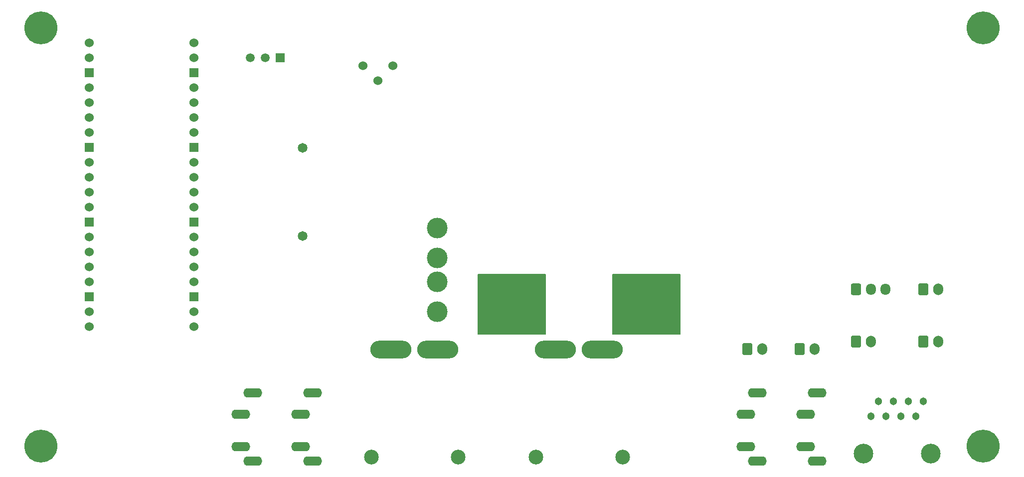
<source format=gbr>
%TF.GenerationSoftware,KiCad,Pcbnew,6.0.2+dfsg-1*%
%TF.CreationDate,2022-12-07T15:13:49-05:00*%
%TF.ProjectId,dragon-lair-board,64726167-6f6e-42d6-9c61-69722d626f61,rev?*%
%TF.SameCoordinates,Original*%
%TF.FileFunction,Soldermask,Bot*%
%TF.FilePolarity,Negative*%
%FSLAX46Y46*%
G04 Gerber Fmt 4.6, Leading zero omitted, Abs format (unit mm)*
G04 Created by KiCad (PCBNEW 6.0.2+dfsg-1) date 2022-12-07 15:13:49*
%MOMM*%
%LPD*%
G01*
G04 APERTURE LIST*
G04 Aperture macros list*
%AMRoundRect*
0 Rectangle with rounded corners*
0 $1 Rounding radius*
0 $2 $3 $4 $5 $6 $7 $8 $9 X,Y pos of 4 corners*
0 Add a 4 corners polygon primitive as box body*
4,1,4,$2,$3,$4,$5,$6,$7,$8,$9,$2,$3,0*
0 Add four circle primitives for the rounded corners*
1,1,$1+$1,$2,$3*
1,1,$1+$1,$4,$5*
1,1,$1+$1,$6,$7*
1,1,$1+$1,$8,$9*
0 Add four rect primitives between the rounded corners*
20,1,$1+$1,$2,$3,$4,$5,0*
20,1,$1+$1,$4,$5,$6,$7,0*
20,1,$1+$1,$6,$7,$8,$9,0*
20,1,$1+$1,$8,$9,$2,$3,0*%
G04 Aperture macros list end*
%ADD10C,0.150000*%
%ADD11C,1.651000*%
%ADD12RoundRect,0.250000X-0.600000X-0.750000X0.600000X-0.750000X0.600000X0.750000X-0.600000X0.750000X0*%
%ADD13O,1.700000X2.000000*%
%ADD14O,3.200000X1.600000*%
%ADD15C,5.600000*%
%ADD16C,1.524000*%
%ADD17C,3.350000*%
%ADD18C,1.303000*%
%ADD19RoundRect,0.250000X-0.600000X-0.725000X0.600000X-0.725000X0.600000X0.725000X-0.600000X0.725000X0*%
%ADD20O,1.700000X1.950000*%
%ADD21C,3.500000*%
%ADD22R,1.524000X1.524000*%
%ADD23C,2.500000*%
%ADD24O,7.000000X3.000000*%
%ADD25R,1.508000X1.508000*%
%ADD26C,1.508000*%
G04 APERTURE END LIST*
D10*
X107315000Y-97790000D02*
X118745000Y-97790000D01*
X118745000Y-97790000D02*
X118745000Y-107950000D01*
X118745000Y-107950000D02*
X107315000Y-107950000D01*
X107315000Y-107950000D02*
X107315000Y-97790000D01*
G36*
X107315000Y-97790000D02*
G01*
X118745000Y-97790000D01*
X118745000Y-107950000D01*
X107315000Y-107950000D01*
X107315000Y-97790000D01*
G37*
X130175000Y-97790000D02*
X141605000Y-97790000D01*
X141605000Y-97790000D02*
X141605000Y-107950000D01*
X141605000Y-107950000D02*
X130175000Y-107950000D01*
X130175000Y-107950000D02*
X130175000Y-97790000D01*
G36*
X130175000Y-97790000D02*
G01*
X141605000Y-97790000D01*
X141605000Y-107950000D01*
X130175000Y-107950000D01*
X130175000Y-97790000D01*
G37*
D11*
%TO.C,BZ1*%
X77470000Y-76320000D03*
X77470000Y-91320000D03*
%TD*%
D12*
%TO.C,J5*%
X182880000Y-109220000D03*
D13*
X185380000Y-109220000D03*
%TD*%
D12*
%TO.C,J4*%
X182880000Y-100330000D03*
D13*
X185380000Y-100330000D03*
%TD*%
D14*
%TO.C,J9*%
X164872500Y-129530000D03*
X162872500Y-127130000D03*
X162872500Y-121630000D03*
X164872500Y-117930000D03*
%TD*%
D15*
%TO.C,H4*%
X193040000Y-127000000D03*
%TD*%
%TO.C,H2*%
X33020000Y-127000000D03*
%TD*%
D12*
%TO.C,J2*%
X153035000Y-110490000D03*
D13*
X155535000Y-110490000D03*
%TD*%
D15*
%TO.C,H3*%
X33020000Y-55880000D03*
%TD*%
D16*
%TO.C,RV1*%
X87725000Y-62325000D03*
X90265000Y-64865000D03*
X92805000Y-62325000D03*
%TD*%
D15*
%TO.C,H1*%
X193040000Y-55880000D03*
%TD*%
D14*
%TO.C,J10*%
X154712500Y-129530000D03*
X152712500Y-127130000D03*
X152712500Y-121630000D03*
X154712500Y-117930000D03*
%TD*%
D17*
%TO.C,J15*%
X172719000Y-128270000D03*
X184151000Y-128270000D03*
D18*
X173990000Y-121920000D03*
X175260000Y-119380000D03*
X176530000Y-121920000D03*
X177800000Y-119380000D03*
X179070000Y-121920000D03*
X180340000Y-119380000D03*
X181610000Y-121920000D03*
X182880000Y-119380000D03*
%TD*%
D12*
%TO.C,J6*%
X171450000Y-109220000D03*
D13*
X173950000Y-109220000D03*
%TD*%
D19*
%TO.C,J1*%
X171450000Y-100330000D03*
D20*
X173950000Y-100330000D03*
X176450000Y-100330000D03*
%TD*%
D12*
%TO.C,J3*%
X161925000Y-110490000D03*
D13*
X164425000Y-110490000D03*
%TD*%
D14*
%TO.C,J8*%
X68987500Y-129530000D03*
X66987500Y-127130000D03*
X66987500Y-121630000D03*
X68987500Y-117930000D03*
%TD*%
D21*
%TO.C,F1*%
X100330000Y-104140000D03*
X100330000Y-99060000D03*
X100330000Y-95000000D03*
X100330000Y-89920000D03*
%TD*%
D16*
%TO.C,U1*%
X41275000Y-58420000D03*
X41275000Y-60960000D03*
D22*
X41275000Y-63500000D03*
D16*
X41275000Y-66040000D03*
X41275000Y-68580000D03*
X41275000Y-71120000D03*
X41275000Y-73660000D03*
D22*
X41275000Y-76200000D03*
D16*
X41275000Y-78740000D03*
X41275000Y-81280000D03*
X41275000Y-83820000D03*
X41275000Y-86360000D03*
D22*
X41275000Y-88900000D03*
D16*
X41275000Y-91440000D03*
X41275000Y-93980000D03*
X41275000Y-96520000D03*
X41275000Y-99060000D03*
D22*
X41275000Y-101600000D03*
D16*
X41275000Y-104140000D03*
X41275000Y-106680000D03*
X59055000Y-106680000D03*
X59055000Y-104140000D03*
D22*
X59055000Y-101600000D03*
D16*
X59055000Y-99060000D03*
X59055000Y-96520000D03*
X59055000Y-93980000D03*
X59055000Y-91440000D03*
D22*
X59055000Y-88900000D03*
D16*
X59055000Y-86360000D03*
X59055000Y-83820000D03*
X59055000Y-81280000D03*
X59055000Y-78740000D03*
D22*
X59055000Y-76200000D03*
D16*
X59055000Y-73660000D03*
X59055000Y-71120000D03*
X59055000Y-68580000D03*
X59055000Y-66040000D03*
D22*
X59055000Y-63500000D03*
D16*
X59055000Y-60960000D03*
X59055000Y-58420000D03*
%TD*%
D23*
%TO.C,J11*%
X103846000Y-128838000D03*
X89114000Y-128838000D03*
D24*
X100417000Y-110550000D03*
X92416000Y-110550000D03*
%TD*%
D23*
%TO.C,J13*%
X131786000Y-128838000D03*
X117054000Y-128838000D03*
D24*
X128357000Y-110550000D03*
X120356000Y-110550000D03*
%TD*%
D14*
%TO.C,J7*%
X79147500Y-129530000D03*
X77147500Y-127130000D03*
X77147500Y-121630000D03*
X79147500Y-117930000D03*
%TD*%
D25*
%TO.C,PS1*%
X73660000Y-60960000D03*
D26*
X71120000Y-60960000D03*
X68580000Y-60960000D03*
%TD*%
M02*

</source>
